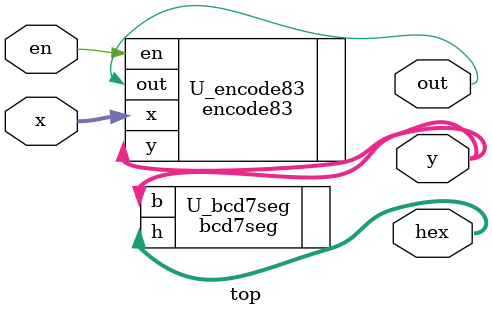
<source format=v>
module top(
    input [7:0] x,
    input       en,

    output[2:0] y,
    output      out,
    output[7:0] hex
);

    encode83 U_encode83(
        .x    (x  ),
        .en   (en ),
        .y    (y  ),
        .out  (out)
    );

    bcd7seg U_bcd7seg(
        .b    (y  ),
        .h    (hex)
    );

endmodule

</source>
